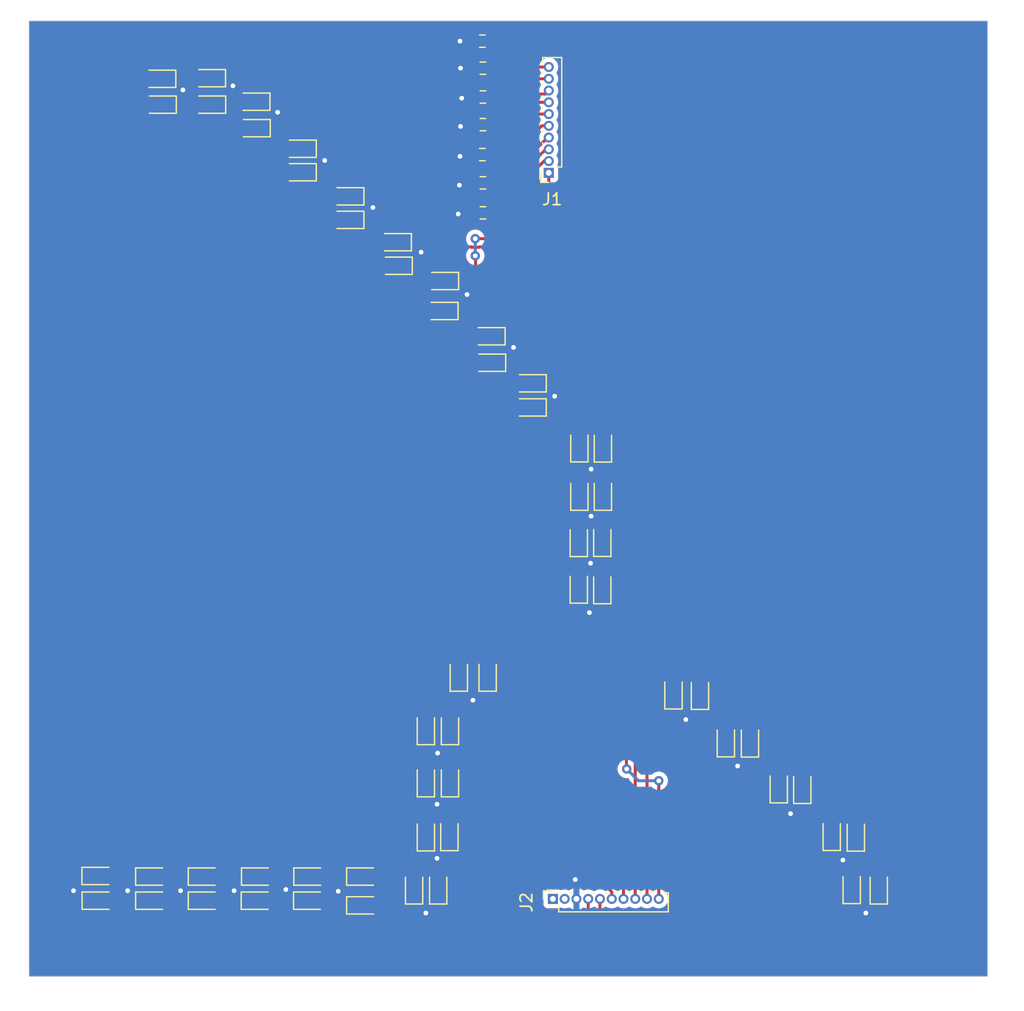
<source format=kicad_pcb>
(kicad_pcb (version 20221018) (generator pcbnew)
  (layers (0 "F.Cu" signal) (31 "B.Cu" signal) (34 "B.Paste" user) (35 "F.Paste" user) (36 "B.SilkS" user "B.Silkscreen") (37 "F.SilkS" user "F.Silkscreen") (38 "B.Mask" user) (39 "F.Mask" user) (44 "Edge.Cuts" user))
  (net 0 "")
  (net 1 "/1")
  (net 2 "/A")
  (net 3 "/2")
  (net 4 "/B")
  (net 5 "GND")
  (net 6 "/0")
  (net 7 "/3")
  (net 8 "/4")
  (net 9 "/5")
  (net 10 "/G")
  (net 11 "/F")
  (net 12 "/E")
  (net 13 "/D")
  (net 14 "/C")
  (net 15 "/6")
  (net 16 "/7")
  (net 17 "/8")
  (net 18 "/9")
  (footprint "LED_SMD:LED_0603_1608Metric" (layer "F.Cu") (at 222.25 128.5 90)
    (fp_text reference "D32" hide)
    (fp_text value "LED" hide)
  )
  (footprint "LED_SMD:LED_0603_1608Metric" (layer "F.Cu") (at 183.5 80.35 180)
    (fp_text reference "D37" hide)
    (fp_text value "LED" hide)
  )
  (footprint "LED_SMD:LED_0603_1608Metric" (layer "F.Cu") (at 203.25 107.5 90)
    (fp_text reference "D49" hide)
    (fp_text value "LED" hide)
  )
  (footprint "Resistor_SMD:R_0603_1608Metric" (layer "F.Cu") (at 195.1 67.45 180)
    (fp_text reference "R2" hide)
    (fp_text value "R_US" hide)
  )
  (footprint "LED_SMD:LED_0603_1608Metric" (layer "F.Cu") (at 203.3 99.45 90)
    (fp_text reference "D29" hide)
    (fp_text value "LED" hide)
  )
  (footprint "LED_SMD:LED_0603_1608Metric" (layer "F.Cu") (at 205.25 111.5125 90)
    (fp_text reference "D60" hide)
    (fp_text value "LED" hide)
  )
  (footprint "LED_SMD:LED_0603_1608Metric" (layer "F.Cu") (at 215.75 124.5375 90)
    (fp_text reference "D21" hide)
    (fp_text value "LED" hide)
  )
  (footprint "LED_SMD:LED_0603_1608Metric" (layer "F.Cu") (at 191.55 85.55 180)
    (fp_text reference "D58" hide)
    (fp_text value "LED" hide)
  )
  (footprint "LED_SMD:LED_0603_1608Metric" (layer "F.Cu") (at 179.45 74.3 180)
    (fp_text reference "D28" hide)
    (fp_text value "LED" hide)
  )
  (footprint "LED_SMD:LED_0603_1608Metric" (layer "F.Cu") (at 180.5125 136.2)
    (fp_text reference "D26" hide)
    (fp_text value "LED" hide)
  )
  (footprint "LED_SMD:LED_0603_1608Metric" (layer "F.Cu") (at 195.5 118.95 90)
    (fp_text reference "D14" hide)
    (fp_text value "LED" hide)
  )
  (footprint "LED_SMD:LED_0603_1608Metric" (layer "F.Cu") (at 167.0625 136.2)
    (fp_text reference "D56" hide)
    (fp_text value "LED" hide)
  )
  (footprint "LED_SMD:LED_0603_1608Metric" (layer "F.Cu") (at 167.55 70.55 180)
    (fp_text reference "D1" hide)
    (fp_text value "LED" hide)
  )
  (footprint "LED_SMD:LED_0603_1608Metric" (layer "F.Cu") (at 195.5 90.25 180)
    (fp_text reference "D10" hide)
    (fp_text value "LED" hide)
  )
  (footprint "LED_SMD:LED_0603_1608Metric" (layer "F.Cu") (at 203.3 103.5625 90)
    (fp_text reference "D39" hide)
    (fp_text value "LED" hide)
  )
  (footprint "LED_SMD:LED_0603_1608Metric" (layer "F.Cu") (at 205.3 103.5625 90)
    (fp_text reference "D40" hide)
    (fp_text value "LED" hide)
  )
  (footprint "LED_SMD:LED_0603_1608Metric" (layer "F.Cu") (at 199 94.25 180)
    (fp_text reference "D20" hide)
    (fp_text value "LED" hide)
  )
  (footprint "LED_SMD:LED_0603_1608Metric" (layer "F.Cu") (at 180.4875 138.25)
    (fp_text reference "D25" hide)
    (fp_text value "LED" hide)
  )
  (footprint "LED_SMD:LED_0603_1608Metric" (layer "F.Cu") (at 220.25 128.45 90)
    (fp_text reference "D31" hide)
    (fp_text value "LED" hide)
  )
  (footprint "Resistor_SMD:R_0603_1608Metric" (layer "F.Cu") (at 195.05 65.15 180)
    (fp_text reference "R1" hide)
    (fp_text value "R_US" hide)
  )
  (footprint "Resistor_SMD:R_0603_1608Metric" (layer "F.Cu") (at 195.1 79.75 180)
    (fp_text reference "R7" hide)
    (fp_text value "R_US" hide)
  )
  (footprint "LED_SMD:LED_0603_1608Metric" (layer "F.Cu") (at 205.25 107.4875 90)
    (fp_text reference "D50" hide)
    (fp_text value "LED" hide)
  )
  (footprint "LED_SMD:LED_0603_1608Metric" (layer "F.Cu") (at 171.5375 136.2)
    (fp_text reference "D46" hide)
    (fp_text value "LED" hide)
  )
  (footprint "LED_SMD:LED_0603_1608Metric" (layer "F.Cu") (at 226.45 137.0125 90)
    (fp_text reference "D51" hide)
    (fp_text value "LED" hide)
  )
  (footprint "Resistor_SMD:R_0603_1608Metric" (layer "F.Cu") (at 195.05 74.8 180)
    (fp_text reference "R5" hide)
    (fp_text value "R_US" hide)
  )
  (footprint "LED_SMD:LED_0603_1608Metric" (layer "F.Cu") (at 176.0375 138.25)
    (fp_text reference "D35" hide)
    (fp_text value "LED" hide)
  )
  (footprint "LED_SMD:LED_0603_1608Metric" (layer "F.Cu") (at 195.55 92.5 180)
    (fp_text reference "D9" hide)
    (fp_text value "LED" hide)
  )
  (footprint "LED_SMD:LED_0603_1608Metric" (layer "F.Cu") (at 190.25 123.5 90)
    (fp_text reference "D23" hide)
    (fp_text value "LED" hide)
  )
  (footprint "LED_SMD:LED_0603_1608Metric" (layer "F.Cu") (at 228.75 137.05 90)
    (fp_text reference "D52" hide)
    (fp_text value "LED" hide)
  )
  (footprint "Resistor_SMD:R_0603_1608Metric" (layer "F.Cu") (at 195.1 72.25 180)
    (fp_text reference "R4" hide)
    (fp_text value "R_US" hide)
  )
  (footprint "LED_SMD:LED_0603_1608Metric" (layer "F.Cu") (at 189.25 137.05 90)
    (fp_text reference "D53" hide)
    (fp_text value "LED" hide)
  )
  (footprint "Connector_PinSocket_1.00mm:PinSocket_1x10_P1.00mm_Vertical" (layer "F.Cu") (at 200.7 76.35 180)
    (fp_text reference "J1")
    (fp_text value "Conn_01x10_Socket" hide)
  )
  (footprint "LED_SMD:LED_0603_1608Metric" (layer "F.Cu") (at 185 136.2)
    (fp_text reference "D16" hide)
    (fp_text value "LED" hide)
  )
  (footprint "LED_SMD:LED_0603_1608Metric" (layer "F.Cu") (at 199 96.3 180)
    (fp_text reference "D19" hide)
    (fp_text value "LED" hide)
  )
  (footprint "LED_SMD:LED_0603_1608Metric" (layer "F.Cu") (at 162.5 136.15)
    (fp_text reference "D66" hide)
    (fp_text value "LED" hide)
  )
  (footprint "Resistor_SMD:R_0603_1608Metric" (layer "F.Cu") (at 195.1 77.2 180)
    (fp_text reference "R6" hide)
    (fp_text value "R_US" hide)
  )
  (footprint "LED_SMD:LED_0603_1608Metric" (layer "F.Cu") (at 211.3 120.4625 90)
    (fp_text reference "D11" hide)
    (fp_text value "LED" hide)
  )
  (footprint "LED_SMD:LED_0603_1608Metric" (layer "F.Cu") (at 176.0625 136.2)
    (fp_text reference "D36" hide)
    (fp_text value "LED" hide)
  )
  (footprint "LED_SMD:LED_0603_1608Metric" (layer "F.Cu") (at 187.6125 84.25 180)
    (fp_text reference "D47" hide)
    (fp_text value "LED" hide)
  )
  (footprint "LED_SMD:LED_0603_1608Metric" (layer "F.Cu") (at 175.5375 72.55 180)
    (fp_text reference "D17" hide)
    (fp_text value "LED" hide)
  )
  (footprint "LED_SMD:LED_0603_1608Metric" (layer "F.Cu") (at 191.5 88.1 180)
    (fp_text reference "D57" hide)
    (fp_text value "LED" hide)
  )
  (footprint "LED_SMD:LED_0603_1608Metric" (layer "F.Cu") (at 224.75 132.5 90)
    (fp_text reference "D41" hide)
    (fp_text value "LED" hide)
  )
  (footprint "LED_SMD:LED_0603_1608Metric" (layer "F.Cu") (at 167.0625 138.25)
    (fp_text reference "D55" hide)
    (fp_text value "LED" hide)
  )
  (footprint "LED_SMD:LED_0603_1608Metric" (layer "F.Cu") (at 203.25 111.4625 90)
    (fp_text reference "D59" hide)
    (fp_text value "LED" hide)
  )
  (footprint "LED_SMD:LED_0603_1608Metric" (layer "F.Cu") (at 193.05 118.95 90)
    (fp_text reference "D13" hide)
    (fp_text value "LED" hide)
  )
  (footprint "Connector_PinSocket_1.00mm:PinSocket_1x10_P1.00mm_Vertical" (layer "F.Cu") (at 201.05 138.1 90)
    (fp_text reference "J2")
    (fp_text value "Conn_01x10_Socket" hide)
  )
  (footprint "Resistor_SMD:R_0603_1608Metric" (layer "F.Cu") (at 195.1 69.9 180)
    (fp_text reference "R3" hide)
    (fp_text value "R_US" hide)
  )
  (footprint "LED_SMD:LED_0603_1608Metric" (layer "F.Cu") (at 183.5 78.35 180)
    (fp_text reference "D38" hide)
    (fp_text value "LED" hide)
  )
  (footprint "LED_SMD:LED_0603_1608Metric" (layer "F.Cu") (at 175.5125 70.3 180)
    (fp_text reference "D18" hide)
    (fp_text value "LED" hide)
  )
  (footprint "LED_SMD:LED_0603_1608Metric" (layer "F.Cu") (at 192.3 127.9375 90)
    (fp_text reference "D34" hide)
    (fp_text value "LED" hide)
  )
  (footprint "LED_SMD:LED_0603_1608Metric" (layer "F.Cu") (at 191.3 137.05 90)
    (fp_text reference "D54" hide)
    (fp_text value "LED" hide)
  )
  (footprint "LED_SMD:LED_0603_1608Metric" (layer "F.Cu") (at 167.5125 68.35 180)
    (fp_text reference "D2" hide)
    (fp_text value "LED" hide)
  )
  (footprint "LED_SMD:LED_0603_1608Metric" (layer "F.Cu") (at 205.3 99.4625 90)
    (fp_text reference "D30" hide)
    (fp_text value "LED" hide)
  )
  (footprint "LED_SMD:LED_0603_1608Metric" (layer "F.Cu") (at 179.45 76.3 180)
    (fp_text reference "D27" hide)
    (fp_text value "LED" hide)
  )
  (footprint "LED_SMD:LED_0603_1608Metric" (layer "F.Cu") (at 162.5125 138.25)
    (fp_text reference "D65" hide)
    (fp_text value "LED" hide)
  )
  (footprint "LED_SMD:LED_0603_1608Metric" (layer "F.Cu") (at 185 138.65)
    (fp_text reference "D15" hide)
    (fp_text value "LED" hide)
  )
  (footprint "LED_SMD:LED_0603_1608Metric" (layer "F.Cu") (at 190.25 132.5375 90)
    (fp_text reference "D43" hide)
    (fp_text value "LED" hide)
  )
  (footprint "LED_SMD:LED_0603_1608Metric" (layer "F.Cu") (at 171.75 70.55 180)
    (fp_text reference "D7" hide)
    (fp_text value "LED" hide)
  )
  (footprint "LED_SMD:LED_0603_1608Metric" (layer "F.Cu") (at 226.8 132.55 90)
    (fp_text reference "D42" hide)
    (fp_text value "LED" hide)
  )
  (footprint "LED_SMD:LED_0603_1608Metric" (layer "F.Cu") (at 217.8 124.55 90)
    (fp_text reference "D22" hide)
    (fp_text value "LED" hide)
  )
  (footprint "LED_SMD:LED_0603_1608Metric" (layer "F.Cu") (at 171.7375 68.3 180)
    (fp_text reference "D8" hide)
    (fp_text value "LED" hide)
  )
  (footprint "LED_SMD:LED_0603_1608Metric" (layer "F.Cu") (at 213.55 120.5 90)
    (fp_text reference "D12" hide)
    (fp_text value "LED" hide)
  )
  (footprint "LED_SMD:LED_0603_1608Metric" (layer "F.Cu") (at 192.25 132.5125 90)
    (fp_text reference "D44" hide)
    (fp_text value "LED" hide)
  )
  (footprint "LED_SMD:LED_0603_1608Metric" (layer "F.Cu") (at 192.3 123.5 90)
    (fp_text reference "D24" hide)
    (fp_text value "LED" hide)
  )
  (footprint "LED_SMD:LED_0603_1608Metric" (layer "F.Cu") (at 171.5375 138.25)
    (fp_text reference "D45" hide)
    (fp_text value "LED" hide)
  )
  (footprint "LED_SMD:LED_0603_1608Metric" (layer "F.Cu") (at 187.5375 82.25 180)
    (fp_text reference "D48" hide)
    (fp_text value "LED" hide)
  )
  (footprint "LED_SMD:LED_0603_1608Metric" (layer "F.Cu") (at 190.25 127.9375 90)
    (fp_text reference "D33" hide)
    (fp_text value "LED" hide)
  )
  (gr_rect (start 156.520034 63.419519) (end 238 144.7) (stroke (width 0.05)) (fill none) (layer "Edge.Cuts"))
  (segment (start 188.539067 80.760933) (end 184.814067 77.035933) (width 0.254) (layer "F.Cu") (net 1))
  (segment (start 194.148866 82.677) (end 194.751134 82.677) (width 0.254) (layer "F.Cu") (net 1))
  (segment (start 174.725 70.3) (end 174.725 69.275) (width 0.254) (layer "F.Cu") (net 1))
  (segment (start 170.95 67.45) (end 171.9 66.5) (width 0.254) (layer "F.Cu") (net 1))
  (segment (start 190.7 84.45) (end 190.7 84.3) (width 0.254) (layer "F.Cu") (net 1))
  (segment (start 190.7 84.45) (end 190.7 83.3) (width 0.254) (layer "F.Cu") (net 1))
  (segment (start 190.7 85.4875) (end 190.7 84.45) (width 0.254) (layer "F.Cu") (net 1))
  (segment (start 194.121866 82.65) (end 194.148866 82.677) (width 0.254) (layer "F.Cu") (net 1))
  (segment (start 180.75 73) (end 180.764067 72.985933) (width 0.254) (layer "F.Cu") (net 1))
  (segment (start 196.6 82.65) (end 199.25 80) (width 0.254) (layer "F.Cu") (net 1))
  (segment (start 190.7625 85.55) (end 190.7 85.4875) (width 0.254) (layer "F.Cu") (net 1))
  (segment (start 175.164067 68.835933) (end 176.614067 68.835933) (width 0.254) (layer "F.Cu") (net 1))
  (segment (start 186.75 81.35) (end 187.2 80.9) (width 0.254) (layer "F.Cu") (net 1))
  (segment (start 188.4 80.9) (end 188.539067 80.760933) (width 0.254) (layer "F.Cu") (net 1))
  (segment (start 194.778134 82.65) (end 196.6 82.65) (width 0.254) (layer "F.Cu") (net 1))
  (segment (start 186.75 82.25) (end 186.75 81.35) (width 0.254) (layer "F.Cu") (net 1))
  (segment (start 182.7125 77.5875) (end 183.264067 77.035933) (width 0.254) (layer "F.Cu") (net 1))
  (segment (start 199.25 80) (end 199.25 76.4) (width 0.254) (layer "F.Cu") (net 1))
  (segment (start 190.7 83.3) (end 190.7 82.921866) (width 0.254) (layer "F.Cu") (net 1))
  (segment (start 183.264067 77.035933) (end 184.814067 77.035933) (width 0.254) (layer "F.Cu") (net 1))
  (segment (start 200.3 75.35) (end 200.7 75.35) (width 0.254) (layer "F.Cu") (net 1))
  (segment (start 184.814067 77.035933) (end 180.764067 72.985933) (width 0.254) (layer "F.Cu") (net 1))
  (segment (start 192.35 82.65) (end 194.121866 82.65) (width 0.254) (layer "F.Cu") (net 1))
  (segment (start 187.2 80.9) (end 188.4 80.9) (width 0.254) (layer "F.Cu") (net 1))
  (segment (start 180.764067 72.985933) (end 176.614067 68.835933) (width 0.254) (layer "F.Cu") (net 1))
  (segment (start 190.7 82.921866) (end 188.539067 80.760933) (width 0.254) (layer "F.Cu") (net 1))
  (segment (start 176.614067 68.835933) (end 174.278134 66.5) (width 0.254) (layer "F.Cu") (net 1))
  (segment (start 168 66.5) (end 166.725 67.775) (width 0.254) (layer "F.Cu") (net 1))
  (segment (start 182.7125 78.35) (end 182.7125 77.5875) (width 0.254) (layer "F.Cu") (net 1))
  (segment (start 174.725 69.275) (end 175.164067 68.835933) (width 0.254) (layer "F.Cu") (net 1))
  (segment (start 194.751134 82.677) (end 194.778134 82.65) (width 0.254) (layer "F.Cu") (net 1))
  (segment (start 179.05 73) (end 180.75 73) (width 0.254) (layer "F.Cu") (net 1))
  (segment (start 178.6625 74.3) (end 178.6625 73.3875) (width 0.254) (layer "F.Cu") (net 1))
  (segment (start 174.278134 66.5) (end 171.9 66.5) (width 0.254) (layer "F.Cu") (net 1))
  (segment (start 178.6625 73.3875) (end 179.05 73) (width 0.254) (layer "F.Cu") (net 1))
  (segment (start 199.25 76.4) (end 200.3 75.35) (width 0.254) (layer "F.Cu") (net 1))
  (segment (start 171.9 66.5) (end 168 66.5) (width 0.254) (layer "F.Cu") (net 1))
  (segment (start 166.725 67.775) (end 166.725 68.35) (width 0.254) (layer "F.Cu") (net 1))
  (segment (start 190.7 84.3) (end 192.35 82.65) (width 0.254) (layer "F.Cu") (net 1))
  (segment (start 170.95 68.3) (end 170.95 67.45) (width 0.254) (layer "F.Cu") (net 1))
  (segment (start 197.25 65.15) (end 199.45 67.35) (width 0.254) (layer "F.Cu") (net 2))
  (segment (start 199.45 67.35) (end 200.7 67.35) (width 0.254) (layer "F.Cu") (net 2))
  (segment (start 195.875 65.15) (end 197.25 65.15) (width 0.254) (layer "F.Cu") (net 2))
  (segment (start 203.25 110.675) (end 200.5 107.925) (width 0.254) (layer "F.Cu") (net 3))
  (segment (start 194.45 92.5) (end 194.7625 92.5) (width 0.254) (layer "F.Cu") (net 3))
  (segment (start 203.3 102.775) (end 202.075 102.775) (width 0.254) (layer "F.Cu") (net 3))
  (segment (start 194.725 92.5375) (end 194.7625 92.5) (width 0.254) (layer "F.Cu") (net 3))
  (segment (start 198.85 99.55) (end 198.75 99.45) (width 0.254) (layer "F.Cu") (net 3))
  (segment (start 202.075 102.775) (end 200.5 101.2) (width 0.254) (layer "F.Cu") (net 3))
  (segment (start 194.725 95.425) (end 194.725 92.5375) (width 0.254) (layer "F.Cu") (net 3))
  (segment (start 200.5 104.65) (end 200.5 101.2) (width 0.254) (layer "F.Cu") (net 3))
  (segment (start 203.25 106.7125) (end 202.5625 106.7125) (width 0.254) (layer "F.Cu") (net 3))
  (segment (start 195.7 96.4) (end 194.725 95.425) (width 0.254) (layer "F.Cu") (net 3))
  (segment (start 200.9 99.55) (end 198.85 99.55) (width 0.254) (layer "F.Cu") (net 3))
  (segment (start 200.5 107.925) (end 200.5 104.65) (width 0.254) (layer "F.Cu") (net 3))
  (segment (start 193.5 89.65) (end 193.5 91.55) (width 0.254) (layer "F.Cu") (net 3))
  (segment (start 201.7875 98.6625) (end 200.9 99.55) (width 0.254) (layer "F.Cu") (net 3))
  (segment (start 200.5 101.2) (end 198.75 99.45) (width 0.254) (layer "F.Cu") (net 3))
  (segment (start 195.8 96.3) (end 195.7 96.4) (width 0.254) (layer "F.Cu") (net 3))
  (segment (start 200.7 76.35) (end 200.7 82.45) (width 0.254) (layer "F.Cu") (net 3))
  (segment (start 203.3 98.6625) (end 201.7875 98.6625) (width 0.254) (layer "F.Cu") (net 3))
  (segment (start 193.5 91.55) (end 194.45 92.5) (width 0.254) (layer "F.Cu") (net 3))
  (segment (start 202.5625 106.7125) (end 200.5 104.65) (width 0.254) (layer "F.Cu") (net 3))
  (segment (start 198.75 99.45) (end 195.7 96.4) (width 0.254) (layer "F.Cu") (net 3))
  (segment (start 200.7 82.45) (end 193.5 89.65) (width 0.254) (layer "F.Cu") (net 3))
  (segment (start 198.2125 96.3) (end 195.8 96.3) (width 0.254) (layer "F.Cu") (net 3))
  (segment (start 195.925 67.45) (end 197.85 67.45) (width 0.254) (layer "F.Cu") (net 4))
  (segment (start 197.85 67.45) (end 198.75 68.35) (width 0.254) (layer "F.Cu") (net 4))
  (segment (start 198.75 68.35) (end 200.7 68.35) (width 0.254) (layer "F.Cu") (net 4))
  (segment (start 190.85 134.65) (end 190.25 134.05) (width 0.2032) (layer "F.Cu") (net 5))
  (segment (start 173.85 69.3) (end 172.6 70.55) (width 0.2032) (layer "F.Cu") (net 5))
  (segment (start 169.4 137.85) (end 169.8 138.25) (width 0.2032) (layer "F.Cu") (net 5))
  (segment (start 168.65 70.55) (end 169.6 69.6) (width 0.2032) (layer "F.Cu") (net 5))
  (segment (start 193.2 67.45) (end 194.275 67.45) (width 0.2032) (layer "F.Cu") (net 5))
  (segment (start 168.95 68.35) (end 169.6 69) (width 0.2032) (layer "F.Cu") (net 5))
  (segment (start 203.7 105.35) (end 203.3 104.95) (width 0.2032) (layer "F.Cu") (net 5))
  (segment (start 197.7 91.65) (end 196.85 92.5) (width 0.2032) (layer "F.Cu") (net 5))
  (segment (start 164.9 137.4) (end 164.9 137.075) (width 0.2032) (layer "F.Cu") (net 5))
  (segment (start 184.2875 80.35) (end 185.15 80.35) (width 0.2032) (layer "F.Cu") (net 5))
  (segment (start 225.7 134.8) (end 226.4 134.8) (width 0.2032) (layer "F.Cu") (net 5))
  (segment (start 204.25 109.55) (end 203.75 109.55) (width 0.2032) (layer "F.Cu") (net 5))
  (segment (start 190.25 125.2) (end 190.25 124.2875) (width 0.2032) (layer "F.Cu") (net 5))
  (segment (start 212.75 122.85) (end 213.55 122.05) (width 0.2032) (layer "F.Cu") (net 5))
  (segment (start 197.7 91.2) (end 197.7 90.95) (width 0.2032) (layer "F.Cu") (net 5))
  (segment (start 203.3 104.95) (end 203.3 104.35) (width 0.2032) (layer "F.Cu") (net 5))
  (segment (start 193.1 79.75) (end 194.275 79.75) (width 0.2032) (layer "F.Cu") (net 5))
  (segment (start 226.4 134.8) (end 226.8 134.4) (width 0.2032) (layer "F.Cu") (net 5))
  (segment (start 201.2 94.85) (end 200.6 94.25) (width 0.2032) (layer "F.Cu") (net 5))
  (segment (start 191.25 125.7) (end 190.75 125.7) (width 0.2032) (layer "F.Cu") (net 5))
  (segment (start 164.9 137.6) (end 165.55 138.25) (width 0.2032) (layer "F.Cu") (net 5))
  (segment (start 174.45 138.25) (end 175.25 138.25) (width 0.2032) (layer "F.Cu") (net 5))
  (segment (start 169.8 138.25) (end 170.75 138.25) (width 0.2032) (layer "F.Cu") (net 5))
  (segment (start 205.25 108.95) (end 205.25 108.275) (width 0.2032) (layer "F.Cu") (net 5))
  (segment (start 180.9 74.3) (end 180.2375 74.3) (width 0.2032) (layer "F.Cu") (net 5))
  (segment (start 181.1 76.3) (end 181.65 75.75) (width 0.2032) (layer "F.Cu") (net 5))
  (segment (start 177 72.55) (end 177.65 71.9) (width 0.2032) (layer "F.Cu") (net 5))
  (segment (start 222.25 130.15) (end 222.25 129.2875) (width 0.2032) (layer "F.Cu") (net 5))
  (segment (start 224.75 134.35) (end 224.75 133.2875) (width 0.2032) (layer "F.Cu") (net 5))
  (segment (start 173.95 137.4) (end 173.95 137.075) (width 0.2032) (layer "F.Cu") (net 5))
  (segment (start 197 90.25) (end 196.2875 90.25) (width 0.2032) (layer "F.Cu") (net 5))
  (segment (start 181.65 75.3) (end 181.65 75.05) (width 0.2032) (layer "F.Cu") (net 5))
  (segment (start 204.15 113.75) (end 203.25 112.85) (width 0.2032) (layer "F.Cu") (net 5))
  (segment (start 205.25 112.95) (end 205.25 112.3) (width 0.2032) (layer "F.Cu") (net 5))
  (segment (start 213.55 122.05) (end 213.55 121.2875) (width 0.2032) (layer "F.Cu") (net 5))
  (segment (start 190.25 139.3) (end 189.9 139.3) (width 0.2032) (layer "F.Cu") (net 5))
  (segment (start 203.05 138.1) (end 203.05 136.55) (width 0.2032) (layer "F.Cu") (net 5))
  (segment (start 195.5 120.2) (end 195.5 119.7375) (width 0.2032) (layer "F.Cu") (net 5))
  (segment (start 178.35 137.3) (end 178.35 137.7) (width 0.2032) (layer "F.Cu") (net 5))
  (segment (start 193.2 72.4) (end 193.35 72.25) (width 0.2032) (layer "F.Cu") (net 5))
  (segment (start 169.4 137.25) (end 170.45 136.2) (width 0.2032) (layer "F.Cu") (net 5))
  (segment (start 193.15 74.95) (end 193.3 74.8) (width 0.2032) (layer "F.Cu") (net 5))
  (segment (start 191.2 130.05) (end 190.6 130.05) (width 0.2032) (layer "F.Cu") (net 5))
  (segment (start 191.3 138.55) (end 191.3 137.8375) (width 0.2032) (layer "F.Cu") (net 5))
  (segment (start 178.35 136.95) (end 179.1 136.2) (width 0.2032) (layer "F.Cu") (net 5))
  (segment (start 221.25 130.85) (end 221.55 130.85) (width 0.2032) (layer "F.Cu") (net 5))
  (segment (start 200.6 94.25) (end 199.7875 94.25) (width 0.2032) (layer "F.Cu") (net 5))
  (segment (start 160.3 137.4) (end 160.3 137.65) (width 0.2032) (layer "F.Cu") (net 5))
  (segment (start 204.65 109.55) (end 205.25 108.95) (width 0.2032) (layer "F.Cu") (net 5))
  (segment (start 178.35 137.3) (end 178.35 136.95) (width 0.2032) (layer "F.Cu") (net 5))
  (segment (start 221.55 130.85) (end 222.25 130.15) (width 0.2032) (layer "F.Cu") (net 5))
  (segment (start 193.75 86.7) (end 193.75 86.1) (width 0.2032) (layer "F.Cu") (net 5))
  (segment (start 226.8 134.4) (end 226.8 133.3375) (width 0.2032) (layer "F.Cu") (net 5))
  (segment (start 190.55 139.3) (end 191.3 138.55) (width 0.2032) (layer "F.Cu") (net 5))
  (segment (start 191.2 134.65) (end 191.55 134.65) (width 0.2032) (layer "F.Cu") (net 5))
  (segment (start 160.3 137.4) (end 160.3 137.1) (width 0.2032) (layer "F.Cu") (net 5))
  (segment (start 193.3 74.8) (end 194.225 74.8) (width 0.2032) (layer "F.Cu") (net 5))
  (segment (start 177.65 71.9) (end 177.65 71.2) (width 0.2032) (layer "F.Cu") (net 5))
  (segment (start 203.75 109.55) (end 203.25 109.05) (width 0.2032) (layer "F.Cu") (net 5))
  (segment (start 203.3 101.05) (end 203.3 100.2375) (width 0.2032) (layer "F.Cu") (net 5))
  (segment (start 228.75 138.75) (end 228.75 137.8375) (width 0.2032) (layer "F.Cu") (net 5))
  (segment (start 204.25 109.55) (end 204.65 109.55) (width 0.2032) (layer "F.Cu") (net 5))
  (segment (start 191.25 125.7) (end 191.85 125.7) (width 0.2032) (layer "F.Cu") (net 5))
  (segment (start 205.3 100.85) (end 205.3 100.25) (width 0.2032) (layer "F.Cu") (net 5))
  (segment (start 169.6 69) (end 169.6 69.3) (width 0.2032) (layer "F.Cu") (net 5))
  (segment (start 189.85 83.1) (end 189.65 83.1) (width 0.2032) (layer "F.Cu") (net 5))
  (segment (start 185.75 79.05) (end 185.05 78.35) (width 0.2032) (layer "F.Cu") (net 5))
  (segment (start 161.25 136.15) (end 161.7125 136.15) (width 0.2032) (layer "F.Cu") (net 5))
  (segment (start 201.2 95.35) (end 201.2 94.85) (width 0.2032) (layer "F.Cu") (net 5))
  (segment (start 197.7 90.95) (end 197 90.25) (width 0.2032) (layer "F.Cu") (net 5))
  (segment (start 191.95 130.05) (end 192.3 129.7) (width 0.2032) (layer "F.Cu") (net 5))
  (segment (start 170.45 136.2) (end 170.75 136.2) (width 0.2032) (layer "F.Cu") (net 5))
  (segment (start 178.35 137.7) (end 178.9 138.25) (width 0.2032) (layer "F.Cu") (net 5))
  (segment (start 185.05 78.35) (end 184.2875 78.35) (width 0.2032) (layer "F.Cu") (net 5))
  (segment (start 169.6 69.6) (end 169.6 69.3) (width 0.2032) (layer "F.Cu") (net 5))
  (segment (start 204.3 101.55) (end 204.6 101.55) (width 0.2032) (layer "F.Cu") (net 5))
  (segment (start 204.3 105.55) (end 204.3 105.35) (width 0.2032) (layer "F.Cu") (net 5))
  (segment (start 160.3 137.1) (end 161.25 136.15) (width 0.2032) (layer "F.Cu") (net 5))
  (segment (start 225.2 134.8) (end 224.75 134.35) (width 0.2032) (layer "F.Cu") (net 5))
  (segment (start 178.9 138.25) (end 179.7 138.25) (width 0.2032) (layer "F.Cu") (net 5))
  (segment (start 189.25 138.65) (end 189.25 137.8375) (width 0.2032) (layer "F.Cu") (net 5))
  (segment (start 160.3 137.65) (end 160.9 138.25) (width 0.2032) (layer "F.Cu") (net 5))
  (segment (start 168.3375 70.55) (end 168.65 70.55) (width 0.2032) (layer "F.Cu") (net 5))
  (segment (start 192.3 129.7) (end 192.3 128.725) (width 0.2032) (layer "F.Cu") (net 5))
  (segment (start 177.65 71.2) (end 177.65 70.9) (width 0.2032) (layer "F.Cu") (net 5))
  (segment (start 220.25 130.15) (end 220.25 129.2375) (width 0.2032) (layer "F.Cu") (net 5))
  (segment (start 182.8 137.95) (end 183.5 138.65) (width 0.2032) (layer "F.Cu") (net 5))
  (segment (start 225.7 134.8) (end 225.2 134.8) (width 0.2032) (layer "F.Cu") (net 5))
  (segment (start 191.85 125.7) (end 192.3 125.25) (width 0.2032) (layer "F.Cu") (net 5))
  (segment (start 190.25 129.7) (end 190.25 128.725) (width 0.2032) (layer "F.Cu") (net 5))
  (segment (start 193.3 77.2) (end 194.275 77.2) (width 0.2032) (layer "F.Cu") (net 5))
  (segment (start 181.65 75.05) (end 180.9 74.3) (width 0.2032) (layer "F.Cu") (net 5))
  (segment (start 169.4 137.4) (end 169.4 137.85) (width 0.2032) (layer "F.Cu") (net 5))
  (segment (start 185.15 80.35) (end 185.75 79.75) (width 0.2032) (layer "F.Cu") (net 5))
  (segment (start 173.85 68.95) (end 173.2 68.3) (width 0.2032) (layer "F.Cu") (net 5))
  (segment (start 193.75 87.4) (end 193.05 88.1) (width 0.2032) (layer "F.Cu") (net 5))
  (segment (start 192.25 133.95) (end 192.25 133.3) (width 0.2032) (layer "F.Cu") (net 5))
  (segment (start 193.15 65.15) (end 194.225 65.15) (width 0.2032) (layer "F.Cu") (net 5))
  (segment (start 173.95 137.4) (end 173.95 137.75) (width 0.2032) (layer "F.Cu") (net 5))
  (segment (start 212.35 122.85) (end 212.75 122.85) (width 0.2032) (layer "F.Cu") (net 5))
  (segment (start 193.75 86.7) (end 193.75 87.4) (width 0.2032) (layer "F.Cu") (net 5))
  (segment (start 215.75 126.1) (end 215.75 125.325) (width 0.2032) (layer "F.Cu") (net 5))
  (segment (start 216.75 126.8) (end 216.45 126.8) (width 0.2032) (layer "F.Cu") (net 5))
  (segment (start 204.45 113.75) (end 205.25 112.95) (width 0.2032) (layer "F.Cu") (net 5))
  (segment (start 203.05 136.55) (end 202.95 136.45) (width 0.2032) (layer "F.Cu") (net 5))
  (segment (start 164.9 137.075) (end 165.775 136.2) (width 0.2032) (layer "F.Cu") (net 5))
  (segment (start 182.8 137.45) (end 182.8 137.125) (width 0.2032) (layer "F.Cu") (net 5))
  (segment (start 227.25 139.3) (end 226.45 138.5) (width 0.2032) (layer "F.Cu") (net 5))
  (segment (start 216.45 126.8) (end 215.75 126.1) (width 0.2032) (layer "F.Cu") (net 5))
  (segment (start 183.5 138.65) (end 184.2125 138.65) (width 0.2032) (layer "F.Cu") (net 5))
  (segment (start 172.6 70.55) (end 172.5375 70.55) (width 0.2032) (layer "F.Cu") (net 5))
  (segment (start 177.05 70.3) (end 176.3 70.3) (width 0.2032) (layer "F.Cu") (net 5))
  (segment (start 211.3 122.2) (end 211.3 121.25) (width 0.2032) (layer "F.Cu") (net 5))
  (segment (start 183.725 136.2) (end 184.2125 136.2) (width 0.2032) (layer "F.Cu") (net 5))
  (segment (start 179.1 136.2) (end 179.725 136.2) (width 0.2032) (layer "F.Cu") (net 5))
  (segment (start 201.2 95.35) (end 201.2 95.85) (width 0.2032) (layer "F.Cu") (net 5))
  (segment (start 211.95 122.85) (end 211.3 122.2) (width 0.2032) (layer "F.Cu") (net 5))
  (segment (start 193.4 69.9) (end 194.275 69.9) (width 0.2032) (layer "F.Cu") (net 5))
  (segment (start 189.9 139.3) (end 189.25 138.65) (width 0.2032) (layer "F.Cu") (net 5))
  (segment (start 174.825 136.2) (end 175.275 136.2) (width 0.2032) (layer "F.Cu") (net 5))
  (segment (start 192.3 125.25) (end 192.3 124.2875) (width 0.2032) (layer "F.Cu") (net 5))
  (segment (start 185.75 79.3) (end 185.75 79.05) (width 0.2032) (layer "F.Cu") (net 5))
  (segment (start 177.65 70.9) (end 177.05 70.3) (width 0.2032) (layer "F.Cu") (net 5))
  (segment (start 173.85 68.95) (end 173.85 69.3) (width 0.2032) (layer "F.Cu") (net 5))
  (segment (start 165.775 136.2) (end 166.275 136.2) (width 0.2032) (layer "F.Cu") (net 5))
  (segment (start 193.3 70) (end 193.4 69.9) (width 0.2032) (layer "F.Cu") (net 5))
  (segment (start 194.25 121.2) (end 194.05 121.2) (width 0.2032) (layer "F.Cu") (net 5))
  (segment (start 168.3 68.35) (end 168.95 68.35) (width 0.2032) (layer "F.Cu") (net 5))
  (segment (start 190.6 130.05) (end 190.25 129.7) (width 0.2032) (layer "F.Cu") (net 5))
  (segment (start 190.25 134.05) (end 190.25 133.325) (width 0.2032) (layer "F.Cu") (net 5))
  (segment (start 191.55 134.65) (end 192.25 133.95) (width 0.2032) (layer "F.Cu") (net 5))
  (segment (start 221.25 130.85) (end 220.95 130.85) (width 0.2032) (layer "F.Cu") (net 5))
  (segment (start 182.8 137.125) (end 183.725 136.2) (width 0.2032) (layer "F.Cu") (net 5))
  (segment (start 189.85 83.1) (end 189.85 83.6) (width 0.2032) (layer "F.Cu") (net 5))
  (segment (start 188.8 82.25) (end 188.325 82.25) (width 0.2032) (layer "F.Cu") (net 5))
  (segment (start 204.8 105.35) (end 205.3 104.85) (width 0.2032) (layer "F.Cu") (net 5))
  (segment (start 173.2 68.3) (end 172.525 68.3) (width 0.2032) (layer "F.Cu") (net 5))
  (segment (start 204.6 101.55) (end 205.3 100.85) (width 0.2032) (layer "F.Cu") (net 5))
  (segment (start 169.4 137.4) (end 169.4 137.25) (width 0.2032) (layer "F.Cu") (net 5))
  (segment (start 193 79.85) (end 193.1 79.75) (width 0.2032) (layer "F.Cu") (net 5))
  (segment (start 193.05 120.2) (end 193.05 119.7375) (width 0.2032) (layer "F.Cu") (net 5))
  (segment (start 212.35 122.85) (end 211.95 122.85) (width 0.2032) (layer "F.Cu") (net 5))
  (segment (start 220.95 130.85) (end 220.25 130.15) (width 0.2032) (layer "F.Cu") (net 5))
  (segment (start 227.65 139.3) (end 228.2 139.3) (width 0.2032) (layer "F.Cu") (net 5))
  (segment (start 203.8 101.55) (end 203.3 101.05) (width 0.2032) (layer "F.Cu") (net 5))
  (segment (start 190.25 139.3) (end 190.55 139.3) (width 0.2032) (layer "F.Cu") (net 5))
  (segment (start 216.75 126.8) (end 217.25 126.8) (width 0.2032) (layer "F.Cu") (net 5))
  (segment (start 191.2 130.05) (end 191.95 130.05) (width 0.2032) (layer "F.Cu") (net 5))
  (segment (start 197.7 91.2) (end 197.7 91.65) (width 0.2032) (layer "F.Cu") (net 5))
  (segment (start 189.2 84.25) (end 188.4 84.25) (width 0.2032) (layer "F.Cu") (net 5))
  (segment (start 190.75 125.7) (end 190.25 125.2) (width 0.2032) (layer "F.Cu") (net 5))
  (segment (start 205.3 104.85) (end 205.3 104.35) (width 0.2032) (layer "F.Cu") (net 5))
  (segment (start 193.75 86.1) (end 193.2 85.55) (width 0.2032) (layer "F.Cu") (net 5))
  (segment (start 176.325 72.55) (end 177 72.55) (width 0.2032) (layer "F.Cu") (net 5))
  (segment (start 227.65 139.3) (end 227.25 139.3) (width 0.2032) (layer "F.Cu") (net 5))
  (segment (start 194.25 121.2) (end 194.5 121.2) (width 0.2032) (layer "F.Cu") (net 5))
  (segment (start 196.85 92.5) (end 196.3375 92.5) (width 0.2032) (layer "F.Cu") (net 5))
  (segment (start 193.05 88.1) (end 192.2875 88.1) (width 0.2032) (layer "F.Cu") (net 5))
  (segment (start 180.2375 76.3) (end 181.1 76.3) (width 0.2032) (layer "F.Cu") (net 5))
  (segment (start 217.8 126.25) (end 217.8 125.3375) (width 0.2032) (layer "F.Cu") (net 5))
  (segment (start 191.2 134.65) (end 190.85 134.65) (width 0.2032) (layer "F.Cu") (net 5))
  (segment (start 165.55 138.25) (end 166.275 138.25) (width 0.2032) (layer "F.Cu") (net 5))
  (segment (start 185.75 79.75) (end 185.75 79.3) (width 0.2032) (layer "F.Cu") (net 5))
  (segment (start 204.3 105.35) (end 203.7 105.35) (width 0.2032) (layer "F.Cu") (net 5))
  (segment (start 182.8 137.45) (end 182.8 137.95) (width 0.2032) (layer "F.Cu") (net 5))
  (segment (start 204.15 113.75) (end 204.45 113.75) (width 0.2032) (layer "F.Cu") (net 5))
  (segment (start 203.25 109.05) (end 203.25 108.2875) (width 0.2032) (layer "F.Cu") (net 5))
  (segment (start 193.1 77.4) (end 193.3 77.2) (width 0.2032) (layer "F.Cu") (net 5))
  (segment (start 189.65 83.1) (end 188.8 82.25) (width 0.2032) (layer "F.Cu") (net 5))
  (segment (start 201.2 95.85) (end 200.75 96.3) (width 0.2032) (layer "F.Cu") (net 5))
  (segment (start 181.65 75.75) (end 181.65 75.3) (width 0.2032) (layer "F.Cu") (net 5))
  (segment (start 164.9 137.4) (end 164.9 137.6) (width 0.2032) (layer "F.Cu") (net 5))
  (segment (start 200.75 96.3) (end 199.7875 96.3) (width 0.2032) (layer "F.Cu") (net 5))
  (segment (start 160.9 138.25) (end 161.725 138.25) (width 0.2032) (layer "F.Cu") (net 5))
  (segment (start 217.25 126.8) (end 217.8 126.25) (width 0.2032) (layer "F.Cu") (net 5))
  (segment (start 228.2 139.3) (end 228.75 138.75) (width 0.2032) (layer "F.Cu") (net 5))
  (segment (start 189.85 83.6) (end 189.2 84.25) (width 0.2032) (layer "F.Cu") (net 5))
  (segment (start 194.05 121.2) (end 193.05 120.2) (width 0.2032) (layer "F.Cu") (net 5))
  (segment (start 204.3 101.55) (end 203.8 101.55) (width 0.2032) (layer "F.Cu") (net 5))
  (segment (start 203.25 112.85) (end 203.25 112.25) (width 0.2032) (layer "F.Cu") (net 5))
  (segment (start 173.95 137.075) (end 174.825 136.2) (width 0.2032) (layer "F.Cu") (net 5))
  (segment (start 226.45 138.5) (end 226.45 137.8) (width 0.2032) (layer "F.Cu") (net 5))
  (segment (start 193.35 72.25) (end 194.275 72.25) (width 0.2032) (layer "F.Cu") (net 5))
  (segment (start 193.2 85.55) (end 192.3375 85.55) (width 0.2032) (layer "F.Cu") (net 5))
  (segment (start 204.3 105.35) (end 204.8 105.35) (width 0.2032) (layer "F.Cu") (net 5))
  (segment (start 173.95 137.75) (end 174.45 138.25) (width 0.2032) (layer "F.Cu") (net 5))
  (segment (start 194.5 121.2) (end 195.5 120.2) (width 0.2032) (layer "F.Cu") (net 5))
  (via (at 169.4 137.4) (size 0.8) (drill 0.4) (layers "F.Cu" "B.Cu") (net 5))
  (via (at 178.35 137.3) (size 0.8) (drill 0.4) (layers "F.Cu" "B.Cu") (net 5))
  (via (at 181.65 75.3) (size 0.8) (drill 0.4) (layers "F.Cu" "B.Cu") (net 5))
  (via (at 202.95 136.45) (size 0.8) (drill 0.4) (layers "F.Cu" "B.Cu") (net 5))
  (via (at 182.8 137.45) (size 0.8) (drill 0.4) (layers "F.Cu" "B.Cu") (net 5))
  (via (at 185.75 79.3) (size 0.8) (drill 0.4) (layers "F.Cu" "B.Cu") (net 5))
  (via (at 193.2 72.4) (size 0.8) (drill 0.4) (layers "F.Cu" "B.Cu") (net 5))
  (via (at 197.7 91.2) (size 0.8) (drill 0.4) (layers "F.Cu" "B.Cu") (net 5))
  (via (at 160.3 137.4) (size 0.8) (drill 0.4) (layers "F.Cu" "B.Cu") (net 5))
  (via (at 193.75 86.7) (size 0.8) (drill 0.4) (layers "F.Cu" "B.Cu") (net 5))
  (via (at 227.65 139.3) (size 0.8) (drill 0.4) (layers "F.Cu" "B.Cu") (net 5))
  (via (at 177.65 71.2) (size 0.8) (drill 0.4) (layers "F.Cu" "B.Cu") (net 5))
  (via (at 164.9 137.4) (size 0.8) (drill 0.4) (layers "F.Cu" "B.Cu") (net 5))
  (via (at 173.95 137.4) (size 0.8) (drill 0.4) (layers "F.Cu" "B.Cu") (net 5))
  (via (at 204.25 109.55) (size 0.8) (drill 0.4) (layers "F.Cu" "B.Cu") (net 5))
  (via (at 169.6 69.3) (size 0.8) (drill 0.4) (layers "F.Cu" "B.Cu") (net 5))
  (via (at 216.75 126.8) (size 0.8) (drill 0.4) (layers "F.Cu" "B.Cu") (net 5))
  (via (at 193 79.85) (size 0.8) (drill 0.4) (layers "F.Cu" "B.Cu") (net 5))
  (via (at 193.15 74.95) (size 0.8) (drill 0.4) (layers "F.Cu" "B.Cu") (net 5))
  (via (at 204.3 101.55) (size 0.8) (drill 0.4) (layers "F.Cu" "B.Cu") (net 5))
  (via (at 190.25 139.3) (size 0.8) (drill 0.4) (layers "F.Cu" "B.Cu") (net 5))
  (via (at 191.2 134.65) (size 0.8) (drill 0.4) (layers "F.Cu" "B.Cu") (net 5))
  (via (at 193.3 70) (size 0.8) (drill 0.4) (layers "F.Cu" "B.Cu") (net 5))
  (via (at 201.2 95.35) (size 0.8) (drill 0.4) (layers "F.Cu" "B.Cu") (net 5))
  (via (at 193.1 77.4) (size 0.8) (drill 0.4) (layers "F.Cu" "B.Cu") (net 5))
  (via (at 225.7 134.8) (size 0.8) (drill 0.4) (layers "F.Cu" "B.Cu") (net 5))
  (via (at 173.85 68.95) (size 0.8) (drill 0.4) (layers "F.Cu" "B.Cu") (net 5))
  (via (at 191.2 130.05) (size 0.8) (drill 0.4) (layers "F.Cu" "B.Cu") (net 5))
  (via (at 193.2 67.45) (size 0.8) (drill 0.4) (layers "F.Cu" "B.Cu") (net 5))
  (via (at 204.3 105.55) (size 0.8) (drill 0.4) (layers "F.Cu" "B.Cu") (net 5))
  (via (at 212.35 122.85) (size 0.8) (drill 0.4) (layers "F.Cu" "B.Cu") (net 5))
  (via (at 193.15 65.15) (size 0.8) (drill 0.4) (layers "F.Cu" "B.Cu") (net 5))
  (via (at 191.25 125.7) (size 0.8) (drill 0.4) (layers "F.Cu" "B.Cu") (net 5))
  (via (at 221.25 130.85) (size 0.8) (drill 0.4) (layers "F.Cu" "B.Cu") (net 5))
  (via (at 189.85 83.1) (size 0.8) (drill 0.4) (layers "F.Cu" "B.Cu") (net 5))
  (via (at 204.15 113.75) (size 0.8) (drill 0.4) (layers "F.Cu" "B.Cu") (net 5))
  (via (at 194.25 121.2) (size 0.8) (drill 0.4) (layers "F.Cu" "B.Cu") (net 5))
  (segment (start 186.825 84.25) (end 186.825 86.775) (width 0.254) (layer "F.Cu") (net 6))
  (segment (start 174.75 74.95) (end 174.85 75.05) (width 0.254) (layer "F.Cu") (net 6))
  (segment (start 190.7125 88.1) (end 190.5125 87.9) (width 0.254) (layer "F.Cu") (net 6))
  (segment (start 170.9625 71.1625) (end 171.8 72) (width 0.254) (layer "F.Cu") (net 6))
  (segment (start 182.7125 80.35) (end 182.7125 82.8375) (width 0.254) (layer "F.Cu") (net 6))
  (segment (start 178.6625 76.3) (end 178.6625 78.8625) (width 0.254) (layer "F.Cu") (net 6))
  (segment (start 189.65 89.85) (end 187.7 87.9) (width 0.254) (layer "F.Cu") (net 6))
  (segment (start 178.7 78.9) (end 174.85 75.05) (width 0.254) (layer "F.Cu") (net 6))
  (segment (start 194.477 87.823) (end 192.45 89.85) (width 0.254) (layer "F.Cu") (net 6))
  (segment (start 194.477 83.431) (end 194.477 87.823) (width 0.254) (layer "F.Cu") (net 6))
  (segment (start 166.7625 70.9625) (end 166.7625 70.55) (width 0.254) (layer "F.Cu") (net 6))
  (segment (start 198.6 76.2) (end 200.45 74.35) (width 0.254) (layer "F.Cu") (net 6))
  (segment (start 182.675 82.875) (end 178.7 78.9) (width 0.254) (layer "F.Cu") (net 6))
  (segment (start 170.9625 70.55) (end 170.9625 71.1625) (width 0.254) (layer "F.Cu") (net 6))
  (segment (start 194.45 81.95) (end 196.55 81.95) (width 0.254) (layer "F.Cu") (net 6))
  (segment (start 186.825 86.775) (end 186.7 86.9) (width 0.254) (layer "F.Cu") (net 6))
  (segment (start 198.6 79.9) (end 198.6 76.2) (width 0.254) (layer "F.Cu") (net 6))
  (segment (start 178.6625 78.8625) (end 178.7 78.9) (width 0.254) (layer "F.Cu") (net 6))
  (segment (start 187.7 87.9) (end 186.7 86.9) (width 0.254) (layer "F.Cu") (net 6))
  (segment (start 192.45 89.85) (end 189.65 89.85) (width 0.254) (layer "F.Cu") (net 6))
  (segment (start 190.5125 87.9) (end 187.7 87.9) (width 0.254) (layer "F.Cu") (net 6))
  (segment (start 186.7 86.9) (end 182.675 82.875) (width 0.254) (layer "F.Cu") (net 6))
  (segment (start 196.55 81.95) (end 198.6 79.9) (width 0.254) (layer "F.Cu") (net 6))
  (segment (start 174.75 72.55) (end 174.75 74.95) (width 0.254) (layer "F.Cu") (net 6))
  (segment (start 194.45 83.404) (end 194.477 83.431) (width 0.254) (layer "F.Cu") (net 6))
  (segment (start 200.45 74.35) (end 200.7 74.35) (width 0.254) (layer "F.Cu") (net 6))
  (segment (start 167.8 72) (end 166.7625 70.9625) (width 0.254) (layer "F.Cu") (net 6))
  (segment (start 171.8 72) (end 167.8 72) (width 0.254) (layer "F.Cu") (net 6))
  (segment (start 182.7125 82.8375) (end 182.675 82.875) (width 0.254) (layer "F.Cu") (net 6))
  (segment (start 174.85 75.05) (end 171.8 72) (width 0.254) (layer "F.Cu") (net 6))
  (via (at 194.45 83.404) (size 0.8) (drill 0.4) (layers "F.Cu" "B.Cu") (net 6))
  (via (at 194.45 81.95) (size 0.8) (drill 0.4) (layers "F.Cu" "B.Cu") (net 6))
  (segment (start 194.45 83.404) (end 194.45 81.9) (width 0.254) (layer "B.Cu") (net 6))
  (segment (start 198.7 88.75) (end 195.4 88.75) (width 0.254) (layer "F.Cu") (net 7))
  (segment (start 207.3 127.027) (end 207.3 108.675) (width 0.254) (layer "F.Cu") (net 7))
  (segment (start 205.25 110.725) (end 207.3 108.675) (width 0.254) (layer "F.Cu") (net 7))
  (segment (start 205.3 98.675) (end 206.575 98.675) (width 0.254) (layer "F.Cu") (net 7))
  (segment (start 200.975 91.025) (end 198.7 88.75) (width 0.254) (layer "F.Cu") (net 7))
  (segment (start 206.025 102.775) (end 207.3 101.5) (width 0.254) (layer "F.Cu") (net 7))
  (segment (start 207.3 101.5) (end 207.3 97.95) (width 0.254) (layer "F.Cu") (net 7))
  (segment (start 205.25 106.7) (end 205.9 106.7) (width 0.254) (layer "F.Cu") (net 7))
  (segment (start 194.7125 89.4375) (end 194.7125 90.25) (width 0.254) (layer "F.Cu") (net 7))
  (segment (start 198.2125 92.5375) (end 199.725 91.025) (width 0.254) (layer "F.Cu") (net 7))
  (segment (start 199.725 91.025) (end 200.975 91.025) (width 0.254) (layer "F.Cu") (net 7))
  (segment (start 207.3 97.95) (end 207.3 97.35) (width 0.254) (layer "F.Cu") (net 7))
  (segment (start 207.3 108.675) (end 207.3 104.75) (width 0.254) (layer "F.Cu") (net 7))
  (segment (start 207.3 105.3) (end 207.3 104.75) (width 0.254) (layer "F.Cu") (net 7))
  (segment (start 207.3 97.35) (end 200.975 91.025) (width 0.254) (layer "F.Cu") (net 7))
  (segment (start 207.323 127.05) (end 207.3 127.027) (width 0.254) (layer "F.Cu") (net 7))
  (segment (start 210.05 138.1) (end 210.05 128.05) (width 0.254) (layer "F.Cu") (net 7))
  (segment (start 206.575 98.675) (end 207.3 97.95) (width 0.254) (layer "F.Cu") (net 7))
  (segment (start 195.4 88.75) (end 194.7125 89.4375) (width 0.254) (layer "F.Cu") (net 7))
  (segment (start 198.2125 94.25) (end 198.2125 92.5375) (width 0.254) (layer "F.Cu") (net 7))
  (segment (start 207.3 104.75) (end 207.3 101.5) (width 0.254) (layer "F.Cu") (net 7))
  (segment (start 205.9 106.7) (end 207.3 105.3) (width 0.254) (layer "F.Cu") (net 7))
  (segment (start 205.3 102.775) (end 206.025 102.775) (width 0.254) (layer "F.Cu") (net 7))
  (via (at 207.323 127.05) (size 0.8) (drill 0.4) (layers "F.Cu" "B.Cu") (net 7))
  (via (at 210.05 128.05) (size 0.8) (drill 0.4) (layers "F.Cu" "B.Cu") (net 7))
  (segment (start 207.323 127.05) (end 208.323 128.05) (width 0.254) (layer "B.Cu") (net 7))
  (segment (start 208.323 128.05) (end 210.05 128.05) (width 0.254) (layer "B.Cu") (net 7))
  (segment (start 217.1 128.9) (end 215 128.9) (width 0.254) (layer "F.Cu") (net 8))
  (segment (start 209.85 123.75) (end 209.85 120.4) (width 0.254) (layer "F.Cu") (net 8))
  (segment (start 214.475 128.375) (end 210.95 124.85) (width 0.254) (layer "F.Cu") (net 8))
  (segment (start 209.85 120.4) (end 210.575 119.675) (width 0.254) (layer "F.Cu") (net 8))
  (segment (start 226.45 136.225) (end 222.325 136.225) (width 0.254) (layer "F.Cu") (net 8))
  (segment (start 209.05 121.2) (end 209.85 120.4) (width 0.254) (layer "F.Cu") (net 8))
  (segment (start 223.0875 131.7125) (end 221.75 133.05) (width 0.254) (layer "F.Cu") (net 8))
  (segment (start 213.95 123.75) (end 212.85 124.85) (width 0.254) (layer "F.Cu") (net 8))
  (segment (start 221.75 133.05) (end 219.25 133.05) (width 0.254) (layer "F.Cu") (net 8))
  (segment (start 209.05 138.1) (end 209.05 121.2) (width 0.254) (layer "F.Cu") (net 8))
  (segment (start 222.325 136.225) (end 219.2 133.1) (width 0.254) (layer "F.Cu") (net 8))
  (segment (start 210.95 124.85) (end 209.85 123.75) (width 0.254) (layer "F.Cu") (net 8))
  (segment (start 224.75 131.7125) (end 223.0875 131.7125) (width 0.254) (layer "F.Cu") (net 8))
  (segment (start 210.575 119.675) (end 211.3 119.675) (width 0.254) (layer "F.Cu") (net 8))
  (segment (start 220.25 127.6625) (end 218.3375 127.6625) (width 0.254) (layer "F.Cu") (net 8))
  (segment (start 219.2 133.1) (end 214.475 128.375) (width 0.254) (layer "F.Cu") (net 8))
  (segment (start 218.3375 127.6625) (end 217.1 128.9) (width 0.254) (layer "F.Cu") (net 8))
  (segment (start 212.85 124.85) (end 210.95 124.85) (width 0.254) (layer "F.Cu") (net 8))
  (segment (start 215.75 123.75) (end 213.95 123.75) (width 0.254) (layer "F.Cu") (net 8))
  (segment (start 219.25 133.05) (end 219.2 133.1) (width 0.254) (layer "F.Cu") (net 8))
  (segment (start 215 128.9) (end 214.475 128.375) (width 0.254) (layer "F.Cu") (net 8))
  (segment (start 213.55 119.45) (end 213.55 119.7125) (width 0.254) (layer "F.Cu") (net 9))
  (segment (start 228.75 130.55) (end 226.1 127.9) (width 0.254) (layer "F.Cu") (net 9))
  (segment (start 217.8 123.7625) (end 217.8 122.2) (width 0.254) (layer "F.Cu") (net 9))
  (segment (start 212.35 118.25) (end 213.55 119.45) (width 0.254) (layer "F.Cu") (net 9))
  (segment (start 210.5 118.25) (end 212.35 118.25) (width 0.254) (layer "F.Cu") (net 9))
  (segment (start 208.05 138.1) (end 208.05 120.7) (width 0.254) (layer "F.Cu") (net 9))
  (segment (start 226.1 127.9) (end 221.6 123.4) (width 0.254) (layer "F.Cu") (net 9))
  (segment (start 219.1 120.9) (end 217.8625 119.6625) (width 0.254) (layer "F.Cu") (net 9))
  (segment (start 221.6 123.4) (end 219.1 120.9) (width 0.254) (layer "F.Cu") (net 9))
  (segment (start 226.8 128.6) (end 226.1 127.9) (width 0.254) (layer "F.Cu") (net 9))
  (segment (start 222.25 124.05) (end 221.6 123.4) (width 0.254) (layer "F.Cu") (net 9))
  (segment (start 217.8 122.2) (end 219.1 120.9) (width 0.254) (layer "F.Cu") (net 9))
  (segment (start 222.25 127.7125) (end 222.25 124.05) (width 0.254) (layer "F.Cu") (net 9))
  (segment (start 228.75 136.2625) (end 228.75 130.55) (width 0.254) (layer "F.Cu") (net 9))
  (segment (start 208.05 120.7) (end 210.5 118.25) (width 0.254) (layer "F.Cu") (net 9))
  (segment (start 213.6 119.6625) (end 213.55 119.7125) (width 0.254) (layer "F.Cu") (net 9))
  (segment (start 217.8625 119.6625) (end 213.6 119.6625) (width 0.254) (layer "F.Cu") (net 9))
  (segment (start 226.8 131.7625) (end 226.8 128.6) (width 0.254) (layer "F.Cu") (net 9))
  (segment (start 198.146 77.779) (end 198.146 75.804) (width 0.254) (layer "F.Cu") (net 10))
  (segment (start 196.175 79.75) (end 198.146 77.779) (width 0.254) (layer "F.Cu") (net 10))
  (segment (start 195.925 79.75) (end 196.175 79.75) (width 0.254) (layer "F.Cu") (net 10))
  (segment (start 198.146 75.804) (end 200.6 73.35) (width 0.254) (layer "F.Cu") (net 10))
  (segment (start 200.6 73.35) (end 200.7 73.35) (width 0.254) (layer "F.Cu") (net 10))
  (segment (start 200.1 72.35) (end 200.7 72.35) (width 0.254) (layer "F.Cu") (net 11))
  (segment (start 195.925 77.2) (end 195.975 77.15) (width 0.254) (layer "F.Cu") (net 11))
  (segment (start 195.925 77.125) (end 199.5 73.55) (width 0.254) (layer "F.Cu") (net 11))
  (segment (start 199.5 72.95) (end 200.1 72.35) (width 0.254) (layer "F.Cu") (net 11))
  (segment (start 195.925 77.2) (end 195.925 77.125) (width 0.254) (layer "F.Cu") (net 11))
  (segment (start 199.5 73.55) (end 199.5 72.95) (width 0.254) (layer "F.Cu") (net 11))
  (segment (start 196.275 74.8) (end 199.725 71.35) (width 0.254) (layer "F.Cu") (net 12))
  (segment (start 195.875 74.8) (end 196.275 74.8) (width 0.254) (layer "F.Cu") (net 12))
  (segment (start 199.725 71.35) (end 200.7 71.35) (width 0.254) (layer "F.Cu") (net 12))
  (segment (start 199.6 70.35) (end 200.7 70.35) (width 0.254) (layer "F.Cu") (net 13))
  (segment (start 197.7 72.25) (end 199.6 70.35) (width 0.254) (layer "F.Cu") (net 13))
  (segment (start 195.925 72.25) (end 197.7 72.25) (width 0.254) (layer "F.Cu") (net 13))
  (segment (start 195.925 69.9) (end 196.175 69.65) (width 0.254) (layer "F.Cu") (net 14))
  (segment (start 196.175 69.65) (end 200.4 69.65) (width 0.254) (layer "F.Cu") (net 14))
  (segment (start 200.4 69.65) (end 200.7 69.35) (width 0.254) (layer "F.Cu") (net 14))
  (segment (start 190.25 122.7125) (end 189.4375 122.7125) (width 0.254) (layer "F.Cu") (net 15))
  (segment (start 187.9 130.45) (end 187.9 133.35) (width 0.254) (layer "F.Cu") (net 15))
  (segment (start 193.05 117.65) (end 193.05 118.1625) (width 0.254) (layer "F.Cu") (net 15))
  (segment (start 189.7 127.15) (end 188 128.85) (width 0.254) (layer "F.Cu") (net 15))
  (segment (start 190.25 131.75) (end 189.5 131.75) (width 0.254) (layer "F.Cu") (net 15))
  (segment (start 193.8 116.9) (end 193.05 117.65) (width 0.254) (layer "F.Cu") (net 15))
  (segment (start 189.5 131.75) (end 187.9 133.35) (width 0.254) (layer "F.Cu") (net 15))
  (segment (start 207.05 138.1) (end 207.05 137.15) (width 0.254) (layer "F.Cu") (net 15))
  (segment (start 187.9 129.1) (end 187.9 130.45) (width 0.254) (layer "F.Cu") (net 15))
  (segment (start 187.9 121.85) (end 187.9 124.25) (width 0.254) (layer "F.Cu") (net 15))
  (segment (start 193.05 118.1625) (end 192.9625 118.25) (width 0.254) (layer "F.Cu") (net 15))
  (segment (start 207.05 137.15) (end 202.75 132.85) (width 0.254) (layer "F.Cu") (net 15))
  (segment (start 199 132.85) (end 198.1 131.95) (width 0.254) (layer "F.Cu") (net 15))
  (segment (start 190.25 127.15) (end 189.7 127.15) (width 0.254) (layer "F.Cu") (net 15))
  (segment (start 192.9625 118.25) (end 191.5 118.25) (width 0.254) (layer "F.Cu") (net 15))
  (segment (start 189.4375 122.7125) (end 187.9 124.25) (width 0.254) (layer "F.Cu") (net 15))
  (segment (start 198.1 131.95) (end 198.1 118.45) (width 0.254) (layer "F.Cu") (net 15))
  (segment (start 187.9 134.9125) (end 189.25 136.2625) (width 0.254) (layer "F.Cu") (net 15))
  (segment (start 187.9 128.85) (end 187.9 129.1) (width 0.254) (layer "F.Cu") (net 15))
  (segment (start 191.5 118.25) (end 187.9 121.85) (width 0.254) (layer "F.Cu") (net 15))
  (segment (start 187.9 133.35) (end 187.9 134.9125) (width 0.254) (layer "F.Cu") (net 15))
  (segment (start 196.55 116.9) (end 193.8 116.9) (width 0.254) (layer "F.Cu") (net 15))
  (segment (start 202.75 132.85) (end 199 132.85) (width 0.254) (layer "F.Cu") (net 15))
  (segment (start 187.9 124.25) (end 187.9 128.85) (width 0.254) (layer "F.Cu") (net 15))
  (segment (start 188 128.85) (end 187.9 128.85) (width 0.254) (layer "F.Cu") (net 15))
  (segment (start 198.1 118.45) (end 196.55 116.9) (width 0.254) (layer "F.Cu") (net 15))
  (segment (start 193.975 131.725) (end 197 128.7) (width 0.254) (layer "F.Cu") (net 16))
  (segment (start 192.3 127.15) (end 193.9 127.15) (width 0.254) (layer "F.Cu") (net 16))
  (segment (start 206.05 137.49896) (end 206.05 138.1) (width 0.254) (layer "F.Cu") (net 16))
  (segment (start 197 120.65) (end 197 124.05) (width 0.254) (layer "F.Cu") (net 16))
  (segment (start 192.25 131.725) (end 193.975 131.725) (width 0.254) (layer "F.Cu") (net 16))
  (segment (start 197 131.6) (end 197 132.55) (width 0.254) (layer "F.Cu") (net 16))
  (segment (start 197 119) (end 197 120.65) (width 0.254) (layer "F.Cu") (net 16))
  (segment (start 195.5 118.1625) (end 196.1625 118.1625) (width 0.254) (layer "F.Cu") (net 16))
  (segment (start 197 124.05) (end 197 127.55) (width 0.254) (layer "F.Cu") (net 16))
  (segment (start 197 128.7) (end 197 127.55) (width 0.254) (layer "F.Cu") (net 16))
  (segment (start 197 131) (end 197 131.6) (width 0.254) (layer "F.Cu") (net 16))
  (segment (start 193.9 127.15) (end 197 124.05) (width 0.254) (layer "F.Cu") (net 16))
  (segment (start 197 132.55) (end 198.25 133.8) (width 0.254) (layer "F.Cu") (net 16))
  (segment (start 197 131.6) (end 192.3375 136.2625) (width 0.254) (layer "F.Cu") (net 16))
  (segment (start 195.2875 122.7125) (end 197 121) (width 0.254) (layer "F.Cu") (net 16))
  (segment (start 197 127.55) (end 197 131) (width 0.254) (layer "F.Cu") (net 16))
  (segment (start 196.1625 118.1625) (end 197 119) (width 0.254) (layer "F.Cu") (net 16))
  (segment (start 192.3 122.7125) (end 195.2875 122.7125) (width 0.254) (layer "F.Cu") (net 16))
  (segment (start 192.3375 136.2625) (end 191.3 136.2625) (width 0.254) (layer "F.Cu") (net 16))
  (segment (start 202.35104 133.8) (end 206.05 137.49896) (width 0.254) (layer "F.Cu") (net 16))
  (segment (start 197 121) (end 197 120.65) (width 0.254) (layer "F.Cu") (net 16))
  (segment (start 198.25 133.8) (end 202.35104 133.8) (width 0.254) (layer "F.Cu") (net 16))
  (segment (start 176.825 138.25) (end 176.825 138.675) (width 0.254) (layer "F.Cu") (net 17))
  (segment (start 184.7 142) (end 182.7 140) (width 0.254) (layer "F.Cu") (net 17))
  (segment (start 181.275 138.25) (end 181.275 138.675) (width 0.254) (layer "F.Cu") (net 17))
  (segment (start 172.325 138.675) (end 173.65 140) (width 0.254) (layer "F.Cu") (net 17))
  (segment (start 202.8 142) (end 184.7 142) (width 0.254) (layer "F.Cu") (net 17))
  (segment (start 178.15 140) (end 173.65 140) (width 0.254) (layer "F.Cu") (net 17))
  (segment (start 172.325 138.25) (end 172.325 138.675) (width 0.254) (layer "F.Cu") (net 17))
  (segment (start 163.3 138.95) (end 163.3 138.25) (width 0.254) (layer "F.Cu") (net 17))
  (segment (start 205.05 138.1) (end 205.05 139.75) (width 0.254) (layer "F.Cu") (net 17))
  (segment (start 168.9 140) (end 164.35 140) (width 0.254) (layer "F.Cu") (net 17))
  (segment (start 185.7875 138.65) (end 185.7875 138.6625) (width 0.254) (layer "F.Cu") (net 17))
  (segment (start 176.825 138.675) (end 178.15 140) (width 0.254) (layer "F.Cu") (net 17))
  (segment (start 173.65 140) (end 168.9 140) (width 0.254) (layer "F.Cu") (net 17))
  (segment (start 167.85 138.95) (end 168.9 140) (width 0.254) (layer "F.Cu") (net 17))
  (segment (start 205.05 139.75) (end 202.8 142) (width 0.254) (layer "F.Cu") (net 17))
  (segment (start 181.275 138.675) (end 182.6 140) (width 0.254) (layer "F.Cu") (net 17))
  (segment (start 167.85 138.25) (end 167.85 138.95) (width 0.254) (layer "F.Cu") (net 17))
  (segment (start 182.6 140) (end 178.15 140) (width 0.254) (layer "F.Cu") (net 17))
  (segment (start 185.7875 138.6625) (end 184.45 140) (width 0.254) (layer "F.Cu") (net 17))
  (segment (start 184.45 140) (end 182.7 140) (width 0.254) (layer "F.Cu") (net 17))
  (segment (start 164.35 140) (end 163.3 138.95) (width 0.254) (layer "F.Cu") (net 17))
  (segment (start 182.7 140) (end 182.6 140) (width 0.254) (layer "F.Cu") (net 17))
  (segment (start 185.7875 136.2375) (end 185.7875 136.2) (width 0.254) (layer "F.Cu") (net 18))
  (segment (start 204.05 139.05) (end 204.05 138.1) (width 0.254) (layer "F.Cu") (net 18))
  (segment (start 184.35 134.85) (end 185.7 136.2) (width 0.254) (layer "F.Cu") (net 18))
  (segment (start 185.7 136.2) (end 185.7875 136.2) (width 0.254) (layer "F.Cu") (net 18))
  (segment (start 168.25 136.2) (end 169.6 134.85) (width 0.254) (layer "F.Cu") (net 18))
  (segment (start 174.05 134.85) (end 178.4 134.85) (width 0.254) (layer "F.Cu") (net 18))
  (segment (start 172.325 136.2) (end 173.675 134.85) (width 0.254) (layer "F.Cu") (net 18))
  (segment (start 181.3 136.2) (end 181.65 136.2) (width 0.254) (layer "F.Cu") (net 18))
  (segment (start 187.5 137.2) (end 187.5 138.9) (width 0.254) (layer "F.Cu") (net 18))
  (segment (start 178.4 134.85) (end 183 134.85) (width 0.254) (layer "F.Cu") (net 18))
  (segment (start 176.85 136.2) (end 177.05 136.2) (width 0.254) (layer "F.Cu") (net 18))
  (segment (start 163.2875 136.15) (end 163.2875 135.8125) (width 0.254) (layer "F.Cu") (net 18))
  (segment (start 173.675 134.85) (end 174.05 134.85) (width 0.254) (layer "F.Cu") (net 18))
  (segment (start 189.3 140.7) (end 202.4 140.7) (width 0.254) (layer "F.Cu") (net 18))
  (segment (start 172.3 134.85) (end 174.05 134.85) (width 0.254) (layer "F.Cu") (net 18))
  (segment (start 164.25 134.85) (end 169.6 134.85) (width 0.254) (layer "F.Cu") (net 18))
  (segment (start 187.5 138.9) (end 189.3 140.7) (width 0.254) (layer "F.Cu") (net 18))
  (segment (start 202.4 140.7) (end 204.05 139.05) (width 0.254) (layer "F.Cu") (net 18))
  (segment (start 167.85 136.2) (end 168.25 136.2) (width 0.254) (layer "F.Cu") (net 18))
  (segment (start 183 134.85) (end 184.35 134.85) (width 0.254) (layer "F.Cu") (net 18))
  (segment (start 181.65 136.2) (end 183 134.85) (width 0.254) (layer "F.Cu") (net 18))
  (segment (start 177.05 136.2) (end 178.4 134.85) (width 0.254) (layer "F.Cu") (net 18))
  (segment (start 185.7875 136.2) (end 186.5 136.2) (width 0.254) (layer "F.Cu") (net 18))
  (segment (start 163.2875 135.8125) (end 164.25 134.85) (width 0.254) (layer "F.Cu") (net 18))
  (segment (start 169.6 134.85) (end 172.3 134.85) (width 0.254) (layer "F.Cu") (net 18))
  (segment (start 186.5 136.2) (end 187.5 137.2) (width 0.254) (layer "F.Cu") (net 18))
  (zone (net 5) (net_name "GND") (layers "F&B.Cu") (connect_pads (clearance 0.381)) (min_thickness 0.254) (fill yes (thermal_gap 0.508) (thermal_bridge_width 0.508) (island_removal_mode 1) (island_area_min 10))
    (polygon (pts (xy 239.85 61.8) (xy 154.05 61.65) (xy 154.2 147.65) (xy 241.1 147.65)))
  )
)
</source>
